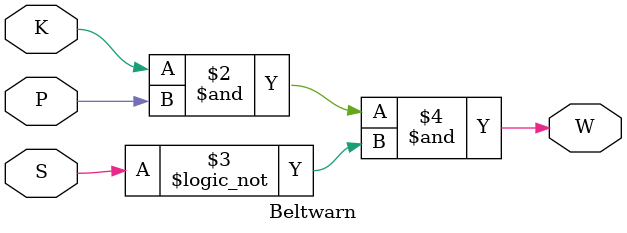
<source format=v>
`timescale 1ns / 1ps
module Beltwarn(K,P,S,W);

	input K, P, S;
	output W;
	reg W;
	
	always@(K,P,S)
	begin
		W <= K & P & !S;
		end
endmodule

</source>
